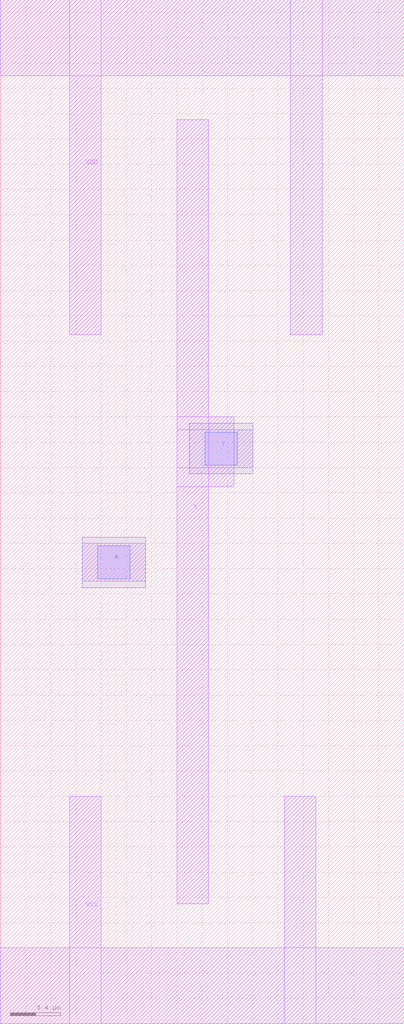
<source format=lef>
# Copyright 2022 Google LLC
# Licensed under the Apache License, Version 2.0 (the "License");
# you may not use this file except in compliance with the License.
# You may obtain a copy of the License at
#
#      http://www.apache.org/licenses/LICENSE-2.0
#
# Unless required by applicable law or agreed to in writing, software
# distributed under the License is distributed on an "AS IS" BASIS,
# WITHOUT WARRANTIES OR CONDITIONS OF ANY KIND, either express or implied.
# See the License for the specific language governing permissions and
# limitations under the License.
VERSION 5.7 ;
BUSBITCHARS "[]" ;
DIVIDERCHAR "/" ;

MACRO gf180mcu_osu_sc_gp12t3v3__clkinv_2
  CLASS CORE ;
  ORIGIN 0 0 ;
  FOREIGN gf180mcu_osu_sc_gp12t3v3__clkinv_2 0 0 ;
  SIZE 3.2 BY 8.1 ;
  SYMMETRY X Y ;
  SITE GF180_3p3_12t ;
  PIN VDD
    DIRECTION INOUT ;
    USE POWER ;
    SHAPE ABUTMENT ;
    PORT
      LAYER MET1 ;
        RECT 0 7.5 3.2 8.1 ;
        RECT 2.3 5.45 2.55 8.1 ;
        RECT 0.55 5.45 0.8 8.1 ;
    END
  END VDD
  PIN VSS
    DIRECTION INOUT ;
    USE GROUND ;
    PORT
      LAYER MET1 ;
        RECT 0 0 3.2 0.6 ;
        RECT 2.25 0 2.5 1.8 ;
        RECT 0.55 0 0.8 1.8 ;
    END
  END VSS
  PIN A
    DIRECTION INPUT ;
    USE SIGNAL ;
    PORT
      LAYER MET1 ;
        RECT 0.65 3.5 1.15 3.8 ;
      LAYER MET2 ;
        RECT 0.65 3.45 1.15 3.85 ;
      LAYER VIA12 ;
        RECT 0.77 3.52 1.03 3.78 ;
    END
  END A
  PIN Y
    DIRECTION OUTPUT ;
    USE SIGNAL ;
    PORT
      LAYER MET1 ;
        RECT 1.4 4.4 2 4.7 ;
        RECT 1.4 4.25 1.85 4.8 ;
        RECT 1.4 0.95 1.65 7.15 ;
      LAYER MET2 ;
        RECT 1.5 4.35 2 4.75 ;
      LAYER VIA12 ;
        RECT 1.62 4.42 1.88 4.68 ;
    END
  END Y
END gf180mcu_osu_sc_gp12t3v3__clkinv_2

</source>
